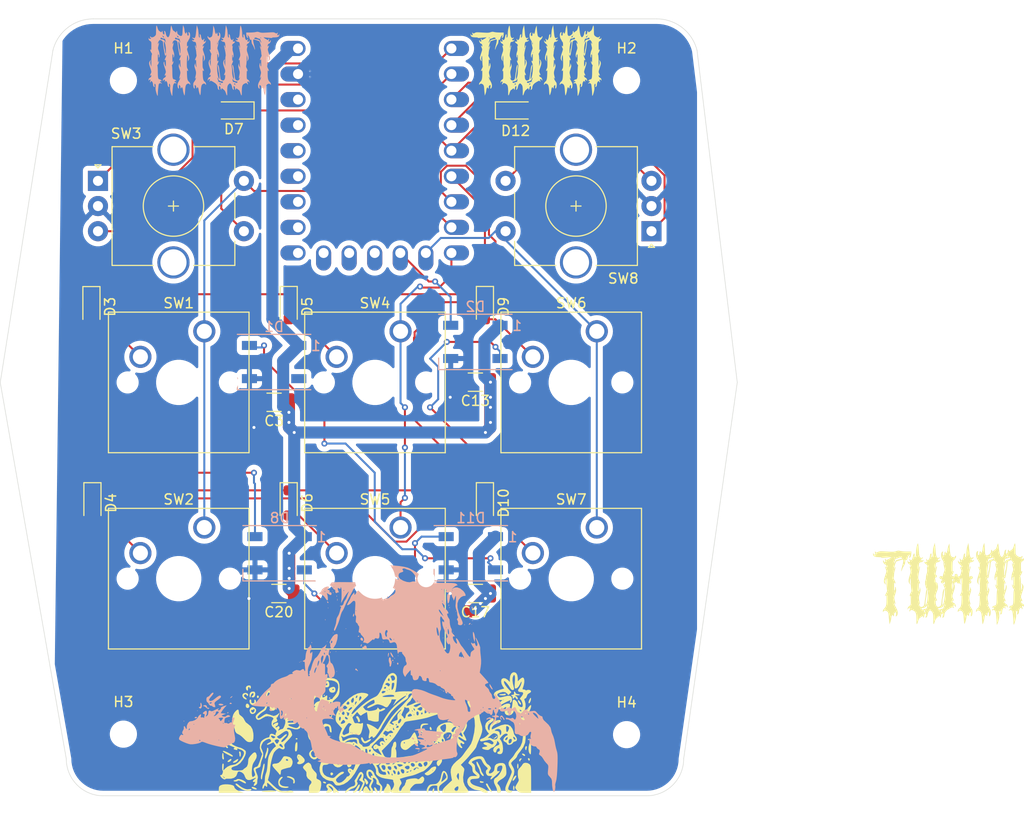
<source format=kicad_pcb>
(kicad_pcb (version 20240108) (generator "pcbnew") (generator_version "8.0")
  (layers (0 "F.Cu" signal) (31 "B.Cu" signal) (34 "B.Paste" user) (35 "F.Paste" user) (36 "B.SilkS" user "B.Silkscreen") (37 "F.SilkS" user "F.Silkscreen") (38 "B.Mask" user) (39 "F.Mask" user) (44 "Edge.Cuts" user))
  (net 0 "")
  (net 1 "VBUS")
  (net 2 "GND")
  (net 4 "LEDS")
  (net 5 "Net-(D2-DOUT)")
  (net 6 "LED")
  (net 7 "Net-(D3-A)")
  (net 8 "ROW_B")
  (net 9 "Net-(D4-A)")
  (net 10 "ROW_C")
  (net 11 "Net-(D5-A)")
  (net 12 "Net-(D6-A)")
  (net 13 "ROW_A")
  (net 14 "Net-(D7-A)")
  (net 15 "Net-(D11-DIN)")
  (net 16 "Net-(D9-A)")
  (net 17 "Net-(D10-A)")
  (net 18 "Net-(D12-A)")
  (net 19 "COL_A")
  (net 20 "ENC_SA")
  (net 21 "ENC_SB")
  (net 22 "COL_B")
  (net 23 "COL_C")
  (net 24 "ENC_SB2")
  (net 25 "ENC_SA2")
  (footprint "Button_Switch_Keyboard:SW_Cherry_MX_1.00u_PCB" (layer "F.Cu") (at 172.04 114.42)
    (property "Reference" "SW7" (at -2.54 -2.794 0) (layer "F.SilkS"))
    (property "Value" "SW_Push")
    (pad "" np_thru_hole circle (at -7.62 5.08) (size 1.7 1.7) (drill 1.7) (layers "*.Cu" "*.Mask"))
    (pad "" np_thru_hole circle (at -2.54 5.08) (size 4 4) (drill 4) (layers "*.Cu" "*.Mask"))
    (pad "" np_thru_hole circle (at 2.54 5.08) (size 1.7 1.7) (drill 1.7) (layers "*.Cu" "*.Mask"))
    (pad "1" thru_hole circle (at 0 0) (size 2.2 2.2) (drill 1.5) (layers "*.Cu" "*.Mask") (net 23 "COL_C"))
    (pad "2" thru_hole circle (at -6.35 2.54) (size 2.2 2.2) (drill 1.5) (layers "*.Cu" "*.Mask") (net 17 "Net-(D10-A)"))
  )
  (footprint "Button_Switch_Keyboard:SW_Cherry_MX_1.00u_PCB" (layer "F.Cu") (at 152.54 114.42)
    (property "Reference" "SW5" (at -2.54 -2.794 0) (layer "F.SilkS"))
    (property "Value" "SW_Push")
    (pad "" np_thru_hole circle (at -7.62 5.08) (size 1.7 1.7) (drill 1.7) (layers "*.Cu" "*.Mask"))
    (pad "" np_thru_hole circle (at -2.54 5.08) (size 4 4) (drill 4) (layers "*.Cu" "*.Mask"))
    (pad "" np_thru_hole circle (at 2.54 5.08) (size 1.7 1.7) (drill 1.7) (layers "*.Cu" "*.Mask"))
    (pad "1" thru_hole circle (at 0 0) (size 2.2 2.2) (drill 1.5) (layers "*.Cu" "*.Mask") (net 22 "COL_B"))
    (pad "2" thru_hole circle (at -6.35 2.54) (size 2.2 2.2) (drill 1.5) (layers "*.Cu" "*.Mask") (net 12 "Net-(D6-A)"))
  )
  (footprint "MountingHole:MountingHole_2.2mm_M2" (layer "F.Cu") (at 125 134.95)
    (property "Reference" "H3" (at 0 -3.2 0) (layer "F.SilkS"))
    (property "Value" "MountingHole")
    (pad "" np_thru_hole circle (at 0 0) (size 2.2 2.2) (drill 2.2) (layers "*.Cu" "*.Mask"))
  )
  (footprint "Diode_SMD:D_SOD-323_HandSoldering" (layer "F.Cu") (at 141.425 111.975 -90)
    (property "Reference" "D6" (at 0 -1.85 90) (layer "F.SilkS"))
    (property "Value" "D")
    (pad "1" smd roundrect (at -1.25 0 270) (size 1 1) (layers "F.Cu" "F.Paste" "F.Mask") (net 10 "ROW_C"))
    (pad "2" smd roundrect (at 1.25 0 270) (size 1 1) (layers "F.Cu" "F.Paste" "F.Mask") (net 12 "Net-(D6-A)"))
  )
  (footprint "Button_Switch_Keyboard:SW_Cherry_MX_1.00u_PCB" (layer "F.Cu") (at 133.04 94.92)
    (property "Reference" "SW1" (at -2.54 -2.794 0) (layer "F.SilkS"))
    (property "Value" "SW_Push")
    (pad "" np_thru_hole circle (at -7.62 5.08) (size 1.7 1.7) (drill 1.7) (layers "*.Cu" "*.Mask"))
    (pad "" np_thru_hole circle (at -2.54 5.08) (size 4 4) (drill 4) (layers "*.Cu" "*.Mask"))
    (pad "" np_thru_hole circle (at 2.54 5.08) (size 1.7 1.7) (drill 1.7) (layers "*.Cu" "*.Mask"))
    (pad "1" thru_hole circle (at 0 0) (size 2.2 2.2) (drill 1.5) (layers "*.Cu" "*.Mask") (net 19 "COL_A"))
    (pad "2" thru_hole circle (at -6.35 2.54) (size 2.2 2.2) (drill 1.5) (layers "*.Cu" "*.Mask") (net 7 "Net-(D3-A)"))
  )
  (footprint "LOGO" (layer "F.Cu") (at 166 68)
    (property "Reference" "G***" (hide yes))
    (property "Value" "LOGO" (hide yes))
  )
  (footprint "Button_Switch_Keyboard:SW_Cherry_MX_1.00u_PCB" (layer "F.Cu") (at 133.04 114.42)
    (property "Reference" "SW2" (at -2.54 -2.794 0) (layer "F.SilkS"))
    (property "Value" "SW_Push")
    (pad "" np_thru_hole circle (at -7.62 5.08) (size 1.7 1.7) (drill 1.7) (layers "*.Cu" "*.Mask"))
    (pad "" np_thru_hole circle (at -2.54 5.08) (size 4 4) (drill 4) (layers "*.Cu" "*.Mask"))
    (pad "" np_thru_hole circle (at 2.54 5.08) (size 1.7 1.7) (drill 1.7) (layers "*.Cu" "*.Mask"))
    (pad "1" thru_hole circle (at 0 0) (size 2.2 2.2) (drill 1.5) (layers "*.Cu" "*.Mask") (net 19 "COL_A"))
    (pad "2" thru_hole circle (at -6.35 2.54) (size 2.2 2.2) (drill 1.5) (layers "*.Cu" "*.Mask") (net 9 "Net-(D4-A)"))
  )
  (footprint "Rotary_Encoder:RotaryEncoder_Alps_EC11E-Switch_Vertical_H20mm_CircularMountingHoles" (layer "F.Cu") (at 177.475 84.975 180)
    (property "Reference" "SW8" (at 2.8 -4.7 0) (layer "F.SilkS"))
    (property "Value" "RotaryEncoder_Switch")
    (pad "A" thru_hole rect (at 0 0 180) (size 2 2) (drill 1) (layers "*.Cu" "*.Mask") (net 25 "ENC_SA2"))
    (pad "B" thru_hole circle (at 0 5 180) (size 2 2) (drill 1) (layers "*.Cu" "*.Mask") (net 24 "ENC_SB2"))
    (pad "C" thru_hole circle (at 0 2.5 180) (size 2 2) (drill 1) (layers "*.Cu" "*.Mask") (net 2 "GND"))
    (pad "MP" thru_hole circle (at 7.5 -3.1 180) (size 3.2 3.2) (drill 2.6) (layers "*.Cu" "*.Mask"))
    (pad "MP" thru_hole circle (at 7.5 8.1 180) (size 3.2 3.2) (drill 2.6) (layers "*.Cu" "*.Mask"))
    (pad "S1" thru_hole circle (at 14.5 5 180) (size 2 2) (drill 1) (layers "*.Cu" "*.Mask") (net 18 "Net-(D12-A)"))
    (pad "S2" thru_hole circle (at 14.5 0 180) (size 2 2) (drill 1) (layers "*.Cu" "*.Mask") (net 23 "COL_C"))
  )
  (footprint "LOGO" (layer "F.Cu") (at 207 120)
    (property "Reference" "G***" (at 0 0 0) (layer "F.SilkS") (effects (font (size 1.5 1.5) (thickness 0.3))))
    (property "Value" "LOGO" (hide yes))
  )
  (footprint "Capacitor_SMD:C_1206_3216Metric" (layer "F.Cu") (at 140.45 120.975 180)
    (property "Reference" "C20" (at 0 -1.85 0) (layer "F.SilkS"))
    (property "Value" "0.1µ")
    (pad "1" smd roundrect (at -1.475 0 180) (size 1.15 1.8) (layers "F.Cu" "F.Paste" "F.Mask") (roundrect_rratio 0.217391) (net 1 "VBUS"))
    (pad "2" smd roundrect (at 1.475 0 180) (size 1.15 1.8) (layers "F.Cu" "F.Paste" "F.Mask") (roundrect_rratio 0.217391) (net 2 "GND"))
  )
  (footprint "MountingHole:MountingHole_2.2mm_M2" (layer "F.Cu") (at 125 70)
    (property "Reference" "H1" (at 0 -3.2 0) (layer "F.SilkS"))
    (property "Value" "MountingHole")
    (pad "" np_thru_hole circle (at 0 0) (size 2.2 2.2) (drill 2.2) (layers "*.Cu" "*.Mask"))
  )
  (footprint "Rotary_Encoder:RotaryEncoder_Alps_EC11E-Switch_Vertical_H20mm_CircularMountingHoles" (layer "F.Cu") (at 122.475 79.975)
    (property "Reference" "SW3" (at 2.8 -4.7 0) (layer "F.SilkS"))
    (property "Value" "RotaryEncoder_Switch")
    (pad "A" thru_hole rect (at 0 0) (size 2 2) (drill 1) (layers "*.Cu" "*.Mask") (net 20 "ENC_SA"))
    (pad "B" thru_hole circle (at 0 5) (size 2 2) (drill 1) (layers "*.Cu" "*.Mask") (net 21 "ENC_SB"))
    (pad "C" thru_hole circle (at 0 2.5) (size 2 2) (drill 1) (layers "*.Cu" "*.Mask") (net 2 "GND"))
    (pad "MP" thru_hole circle (at 7.5 -3.1) (size 3.2 3.2) (drill 2.6) (layers "*.Cu" "*.Mask"))
    (pad "MP" thru_hole circle (at 7.5 8.1) (size 3.2 3.2) (drill 2.6) (layers "*.Cu" "*.Mask"))
    (pad "S1" thru_hole circle (at 14.5 5) (size 2 2) (drill 1) (layers "*.Cu" "*.Mask") (net 14 "Net-(D7-A)"))
    (pad "S2" thru_hole circle (at 14.5 0) (size 2 2) (drill 1) (layers "*.Cu" "*.Mask") (net 19 "COL_A"))
  )
  (footprint "Diode_SMD:D_SOD-323_HandSoldering" (layer "F.Cu") (at 160.925 92.475 -90)
    (property "Reference" "D9" (at 0 -1.85 90) (layer "F.SilkS"))
    (property "Value" "D")
    (pad "1" smd roundrect (at -1.25 0 270) (size 1 1) (layers "F.Cu" "F.Paste" "F.Mask") (net 8 "ROW_B"))
    (pad "2" smd roundrect (at 1.25 0 270) (size 1 1) (layers "F.Cu" "F.Paste" "F.Mask") (net 16 "Net-(D9-A)"))
  )
  (footprint "Diode_SMD:D_SOD-323_HandSoldering" (layer "F.Cu") (at 121.925 111.975 -90)
    (property "Reference" "D4" (at 0 -1.85 90) (layer "F.SilkS"))
    (property "Value" "D" (hide yes))
    (pad "1" smd roundrect (at -1.25 0 270) (size 1 1) (layers "F.Cu" "F.Paste" "F.Mask") (net 10 "ROW_C"))
    (pad "2" smd roundrect (at 1.25 0 270) (size 1 1) (layers "F.Cu" "F.Paste" "F.Mask") (net 9 "Net-(D4-A)"))
  )
  (footprint "Diode_SMD:D_SOD-323_HandSoldering" (layer "F.Cu") (at 121.825 92.485 -90)
    (property "Reference" "D3" (at 0 -1.85 90) (layer "F.SilkS"))
    (property "Value" "D" (hide yes))
    (pad "1" smd roundrect (at -1.25 0 270) (size 1 1) (layers "F.Cu" "F.Paste" "F.Mask") (net 8 "ROW_B"))
    (pad "2" smd roundrect (at 1.25 0 270) (size 1 1) (layers "F.Cu" "F.Paste" "F.Mask") (net 7 "Net-(D3-A)"))
  )
  (footprint "Diode_SMD:D_SOD-323_HandSoldering" (layer "F.Cu") (at 160.925 111.975 -90)
    (property "Reference" "D10" (at 0 -1.85 90) (layer "F.SilkS"))
    (property "Value" "D")
    (pad "1" smd roundrect (at -1.25 0 270) (size 1 1) (layers "F.Cu" "F.Paste" "F.Mask") (net 10 "ROW_C"))
    (pad "2" smd roundrect (at 1.25 0 270) (size 1 1) (layers "F.Cu" "F.Paste" "F.Mask") (net 17 "Net-(D10-A)"))
  )
  (footprint "Diode_SMD:D_SOD-323_HandSoldering" (layer "F.Cu") (at 141.425 92.475 -90)
    (property "Reference" "D5" (at 0 -1.85 90) (layer "F.SilkS"))
    (property "Value" "D")
    (pad "1" smd roundrect (at -1.25 0 270) (size 1 1) (layers "F.Cu" "F.Paste" "F.Mask") (net 8 "ROW_B"))
    (pad "2" smd roundrect (at 1.25 0 270) (size 1 1) (layers "F.Cu" "F.Paste" "F.Mask") (net 11 "Net-(D5-A)"))
  )
  (footprint "Capacitor_SMD:C_1206_3216Metric" (layer "F.Cu") (at 159.975 120.975 180)
    (property "Reference" "C17" (at 0 -1.85 0) (layer "F.SilkS"))
    (property "Value" "0.1µ")
    (pad "1" smd roundrect (at -1.475 0 180) (size 1.15 1.8) (layers "F.Cu" "F.Paste" "F.Mask") (roundrect_rratio 0.217391) (net 1 "VBUS"))
    (pad "2" smd roundrect (at 1.475 0 180) (size 1.15 1.8) (layers "F.Cu" "F.Paste" "F.Mask") (roundrect_rratio 0.217391) (net 2 "GND"))
  )
  (footprint "Button_Switch_Keyboard:SW_Cherry_MX_1.00u_PCB" (layer "F.Cu") (at 172.04 94.92)
    (property "Reference" "SW6" (at -2.54 -2.794 0) (layer "F.SilkS"))
    (property "Value" "SW_Push")
    (pad "" np_thru_hole circle (at -7.62 5.08) (size 1.7 1.7) (drill 1.7) (layers "*.Cu" "*.Mask"))
    (pad "" np_thru_hole circle (at -2.54 5.08) (size 4 4) (drill 4) (layers "*.Cu" "*.Mask"))
    (pad "" np_thru_hole circle (at 2.54 5.08) (size 1.7 1.7) (drill 1.7) (layers "*.Cu" "*.Mask"))
    (pad "1" thru_hole circle (at 0 0) (size 2.2 2.2) (drill 1.5) (layers "*.Cu" "*.Mask") (net 23 "COL_C"))
    (pad "2" thru_hole circle (at -6.35 2.54) (size 2.2 2.2) (drill 1.5) (layers "*.Cu" "*.Mask") (net 16 "Net-(D9-A)"))
  )
  (footprint "Button_Switch_Keyboard:SW_Cherry_MX_1.00u_PCB" (layer "F.Cu") (at 152.54 94.92)
    (property "Reference" "SW4" (at -2.54 -2.794 0) (layer "F.SilkS"))
    (property "Value" "SW_Push")
    (pad "" np_thru_hole circle (at -7.62 5.08) (size 1.7 1.7) (drill 1.7) (layers "*.Cu" "*.Mask"))
    (pad "" np_thru_hole circle (at -2.54 5.08) (size 4 4) (drill 4) (layers "*.Cu" "*.Mask"))
    (pad "" np_thru_hole circle (at 2.54 5.08) (size 1.7 1.7) (drill 1.7) (layers "*.Cu" "*.Mask"))
    (pad "1" thru_hole circle (at 0 0) (size 2.2 2.2) (drill 1.5) (layers "*.Cu" "*.Mask") (net 22 "COL_B"))
    (pad "2" thru_hole circle (at -6.35 2.54) (size 2.2 2.2) (drill 1.5) (layers "*.Cu" "*.Mask") (net 11 "Net-(D5-A)"))
  )
  (footprint "Diode_SMD:D_SOD-323_HandSoldering" (layer "F.Cu") (at 135.975 72.975 180)
    (property "Reference" "D7" (at 0 -1.85 0) (layer "F.SilkS"))
    (property "Value" "D")
    (pad "1" smd roundrect (at -1.25 0 180) (size 1 1) (layers "F.Cu" "F.Paste" "F.Mask") (net 13 "ROW_A"))
    (pad "2" smd roundrect (at 1.25 0 180) (size 1 1) (layers "F.Cu" "F.Paste" "F.Mask") (net 14 "Net-(D7-A)"))
  )
  (footprint "LOGO" (layer "F.Cu") (at 150 134.75)
    (property "Reference" "G***" (hide yes))
    (property "Value" "LOGO" (hide yes))
  )
  (footprint "MountingHole:MountingHole_2.2mm_M2" (layer "F.Cu") (at 175 70)
    (property "Reference" "H2" (at 0 -3.2 0) (layer "F.SilkS"))
    (property "Value" "MountingHole")
    (pad "" np_thru_hole circle (at 0 0) (size 2.2 2.2) (drill 2.2) (layers "*.Cu" "*.Mask"))
  )
  (footprint "MountingHole:MountingHole_2.2mm_M2" (layer "F.Cu") (at 175 135)
    (property "Reference" "H4" (at 0 -3.2 0) (layer "F.SilkS"))
    (property "Value" "MountingHole")
    (pad "" np_thru_hole circle (at 0 0) (size 2.2 2.2) (drill 2.2) (layers "*.Cu" "*.Mask"))
  )
  (footprint "Diode_SMD:D_SOD-323_HandSoldering" (layer "F.Cu") (at 163.975 72.975)
    (property "Reference" "D12" (at 0 2.025 0) (layer "F.SilkS"))
    (property "Value" "D")
    (pad "1" smd roundrect (at -1.25 0) (size 1 1) (layers "F.Cu" "F.Paste" "F.Mask") (net 13 "ROW_A"))
    (pad "2" smd roundrect (at 1.25 0) (size 1 1) (layers "F.Cu" "F.Paste" "F.Mask") (net 18 "Net-(D12-A)"))
  )
  (footprint "mcu:rp2040-zero-tht" (layer "F.Cu") (at 149.975 76.975)
    (property "Reference" "U1" (hide yes))
    (property "Value" "rp2040-zero" (hide yes))
    (pad "1" thru_hole oval (at 7.62 -10.16 180) (size 2.5 1.5) (drill 1 (offset -0.5 0)) (layers "*.Cu" "*.Mask") (net 20 "ENC_SA"))
    (pad "2" thru_hole oval (at 7.62 -7.62 180) (size 2.5 1.5) (drill 1 (offset -0.5 0)) (layers "*.Cu" "*.Mask") (net 21 "ENC_SB"))
    (pad "3" thru_hole oval (at 7.62 -5.08 180) (size 2.5 1.5) (drill 1 (offset -0.5 0)) (layers "*.Cu" "*.Mask") (net 25 "ENC_SA2"))
    (pad "4" thru_hole oval (at 7.62 -2.54 180) (size 2.5 1.5) (drill 1 (offset -0.5 0)) (layers "*.Cu" "*.Mask") (net 24 "ENC_SB2"))
    (pad "5" thru_hole oval (at 7.62 0 180) (size 2.5 1.5) (drill 1 (offset -0.5 0)) (layers "*.Cu" "*.Mask") (net 13 "ROW_A"))
    (pad "6" thru_hole oval (at 7.62 2.54 180) (size 2.5 1.5) (drill 1 (offset -0.5 0)) (layers "*.Cu" "*.Mask") (net 8 "ROW_B"))
    (pad "7" thru_hole oval (at 7.62 5.08 180) (size 2.5 1.5) (drill 1 (offset -0.5 0)) (layers "*.Cu" "*.Mask") (net 10 "ROW_C"))
    (pad "8" thru_hole oval (at 7.62 7.62 180) (size 2.5 1.5) (drill 1 (offset -0.5 0)) (layers "*.Cu" "*.Mask") (net 19 "COL_A"))
    (pad "9" thru_hole oval (at 7.62 10.16 180) (size 2.5 1.5) (drill 1 (offset -0.5 0)) (layers "*.Cu" "*.Mask") (net 22 "COL_B"))
    (pad "10" thru_hole oval (at 5.08 10.16 90) (size 2.5 1.5) (drill 1 (offset -0.5 0)) (layers "*.Cu" "*.Mask") (net 23 "COL_C"))
    (pad "11" thru_hole oval (at 2.54 10.16 90) (size 2.5 1.5) (drill 1 (offset -0.5 0)) (layers "*.Cu" "*.Mask") (net 6 "LED"))
    (pad "12" thru_hole oval (at 0 10.16 90) (size 2.5 1.5) (drill 1 (offset -0.5 0)) (layers "*.Cu" "*.Mask"))
    (pad "13" thru_hole oval (at -2.54 10.16 90) (size 2.5 1.5) (drill 1 (offset -0.5 0)) (layers "*.Cu" "*.Mask"))
    (pad "14" thru_hole oval (at -5.08 10.16 90) (size 2.5 1.5) (drill 1 (offset -0.5 0)) (layers "*.Cu" "*.Mask"))
    (pad "15" thru_hole oval (at -7.62 10.16) (size 2.5 1.5) (drill 1 (offset -0.5 0)) (layers "*.Cu" "*.Mask"))
    (pad "16" thru_hole oval (at -7.62 7.62) (size 2.5 1.5) (drill 1 (offset -0.5 0)) (layers "*.Cu" "*.Mask"))
    (pad "17" thru_hole oval (at -7.62 5.08) (size 2.5 1.5) (drill 1 (offset -0.5 0)) (layers "*.Cu" "*.Mask"))
    (pad "18" thru_hole oval (at -7.62 2.54) (size 2.5 1.5) (drill 1 (offset -0.5 0)) (layers "*.Cu" "*.Mask"))
    (pad "19" thru_hole oval (at -7.62 0) (size 2.5 1.5) (drill 1 (offset -0.5 0)) (layers "*.Cu" "*.Mask"))
    (pad "20" thru_hole oval (at -7.62 -2.54) (size 2.5 1.5) (drill 1 (offset -0.5 0)) (layers "*.Cu" "*.Mask"))
    (pad "21" thru_hole oval (at -7.62 -5.08) (size 2.5 1.5) (drill 1 (offset -0.5 0)) (layers "*.Cu" "*.Mask"))
    (pad "22" thru_hole oval (at -7.62 -7.62) (size 2.5 1.5) (drill 1 (offset -0.5 0)) (layers "*.Cu" "*.Mask") (net 2 "GND"))
    (pad "23" thru_hole oval (at -7.62 -10.16) (size 2.5 1.5) (drill 1 (offset -0.5 0)) (layers "*.Cu" "*.Mask") (net 1 "VBUS"))
  )
  (footprint "Capacitor_SMD:C_1206_3216Metric" (layer "F.Cu") (at 139.975 101.975 180)
    (property "Reference" "C3" (at 0 -1.85 0) (layer "F.SilkS"))
    (property "Value" "0.1µ")
    (pad "1" smd roundrect (at -1.475 0 180) (size 1.15 1.8) (layers "F.Cu" "F.Paste" "F.Mask") (roundrect_rratio 0.217391) (net 1 "VBUS"))
    (pad "2" smd roundrect (at 1.475 0 180) (size 1.15 1.8) (layers "F.Cu" "F.Paste" "F.Mask") (roundrect_rratio 0.217391) (net 2 "GND"))
  )
  (footprint "Capacitor_SMD:C_1206_3216Metric" (layer "F.Cu") (at 159.975 99.975 180)
    (property "Reference" "C13" (at 0 -1.85 0) (layer "F.SilkS"))
    (property "Value" "0.1µ")
    (pad "1" smd roundrect (at -1.475 0 180) (size 1.15 1.8) (layers "F.Cu" "F.Paste" "F.Mask") (roundrect_rratio 0.217391) (net 1 "VBUS"))
    (pad "2" smd roundrect (at 1.475 0 180) (size 1.15 1.8) (layers "F.Cu" "F.Paste" "F.Mask") (roundrect_rratio 0.217391) (net 2 "GND"))
  )
  (footprint "LOGO" (layer "B.Cu") (at 150.557979 130.605091 180)
    (property "Reference" "G***" (hide yes))
    (property "Value" "LOGO" (hide yes))
  )
  (footprint "LED_SMD:LED_WS2812B_PLCC4_5.0x5.0mm_P3.2mm" (layer "B.Cu") (at 140.525 116.975 180)
    (property "Reference" "D8" (at 0 3.5 0) (layer "B.SilkS") (effects (justify mirror)))
    (property "Value" "WS2812B")
    (fp_text user "1" (at -4.15 1.6 0) (layer "B.SilkS") (effects (justify mirror)))
    (pad "1" smd rect (at -2.45 1.65 180) (size 1.5 0.9) (layers "B.Cu" "B.Paste" "B.Mask") (net 1 "VBUS"))
    (pad "2" smd rect (at -2.45 -1.65 180) (size 1.5 0.9) (layers "B.Cu" "B.Paste" "B.Mask") (net 15 "Net-(D11-DIN)"))
    (pad "3" smd rect (at 2.45 -1.65 180) (size 1.5 0.9) (layers "B.Cu" "B.Paste" "B.Mask") (net 2 "GND"))
    (pad "4" smd rect (at 2.45 1.65 180) (size 1.5 0.9) (layers "B.Cu" "B.Paste" "B.Mask") (net 5 "Net-(D2-DOUT)"))
  )
  (footprint "LED_SMD:LED_WS2812B_PLCC4_5.0x5.0mm_P3.2mm" (layer "B.Cu") (at 159.975 95.975 180)
    (property "Reference" "D2" (at 0 3.5 0) (layer "B.SilkS") (effects (justify mirror)))
    (property "Value" "WS2812B")
    (fp_text user "1" (at -4.15 1.6 0) (layer "B.SilkS") (effects (justify mirror)))
    (pad "1" smd rect (at -2.45 1.65 180) (size 1.5 0.9) (layers "B.Cu" "B.Paste" "B.Mask") (net 1 "VBUS"))
    (pad "2" smd rect (at -2.45 -1.65 180) (size 1.5 0.9) (layers "B.Cu" "B.Paste" "B.Mask") (net 5 "Net-(D2-DOUT)"))
    (pad "3" smd rect (at 2.45 -1.65 180) (size 1.5 0.9) (layers "B.Cu" "B.Paste" "B.Mask") (net 2 "GND"))
    (pad "4" smd rect (at 2.45 1.65 180) (size 1.5 0.9) (layers "B.Cu" "B.Paste" "B.Mask") (net 6 "LED"))
  )
  (footprint "LED_SMD:LED_WS2812B_PLCC4_5.0x5.0mm_P3.2mm" (layer "B.Cu") (at 139.975 97.975 180)
    (property "Reference" "D1" (at 0 3.5 0) (layer "B.SilkS") (effects (justify mirror)))
    (property "Value" "WS2812B")
    (fp_text user "1" (at -4.15 1.6 0) (layer "B.SilkS") (effects (justify mirror)))
    (pad "1" smd rect (at -2.45 1.65 180) (size 1.5 0.9) (layers "B.Cu" "B.Paste" "B.Mask") (net 1 "VBUS"))
    (pad "2" smd rect (at -2.45 -1.65 180) (size 1.5 0.9) (layers "B.Cu" "B.Paste" "B.Mask"))
    (pad "3" smd rect (at 2.45 -1.65 180) (size 1.5 0.9) (layers "B.Cu" "B.Paste" "B.Mask") (net 2 "GND"))
    (pad "4" smd rect (at 2.45 1.65 180) (size 1.5 0.9) (layers "B.Cu" "B.Paste" "B.Mask") (net 4 "LEDS"))
  )
  (footprint "LED_SMD:LED_WS2812B_PLCC4_5.0x5.0mm_P3.2mm" (layer "B.Cu") (at 159.525 116.975 180)
    (property "Reference" "D11" (at 0 3.5 0) (layer "B.SilkS") (effects (justify mirror)))
    (property "Value" "WS2812B")
    (fp_text user "1" (at -4.15 1.6 0) (layer "B.SilkS") (effects (justify mirror)))
    (pad "1" smd rect (at -2.45 1.65 180) (size 1.5 0.9) (layers "B.Cu" "B.Paste" "B.Mask") (net 1 "VBUS"))
    (pad "2" smd rect (at -2.45 -1.65 180) (size 1.5 0.9) (layers "B.Cu" "B.Paste" "B.Mask") (net 4 "LEDS"))
    (pad "3" smd rect (at 2.45 -1.65 180) (size 1.5 0.9) (layers "B.Cu" "B.Paste" "B.Mask") (net 2 "GND"))
    (pad "4" smd rect (at 2.45 1.65 180) (size 1.5 0.9) (layers "B.Cu" "B.Paste" "B.Mask") (net 15 "Net-(D11-DIN)"))
  )
  (footprint "LOGO" (layer "B.Cu") (at 134 68 180)
    (property "Reference" "G***" (hide yes))
    (property "Value" "LOGO" (hide yes))
  )
  (gr_line (start 112.763933 100) (end 118 67) (stroke (width 0.05)) (layer "Edge.Cuts"))
  (gr_line (start 186 100) (end 180.674234 137.401924) (stroke (width 0.05)) (layer "Edge.Cuts"))
  (gr_line (start 112.763933 100) (end 119.325766 137.401924) (stroke (width 0.05)) (layer "Edge.Cuts"))
  (gr_line (start 123 141.076158) (end 177 141.076158) (stroke (width 0.05)) (layer "Edge.Cuts"))
  (gr_arc (start 180.674234 137.401924) (mid 179.598076 140) (end 177 141.076158) (stroke (width 0.05)) (layer "Edge.Cuts"))
  (gr_arc (start 118.000001 67) (mid 119.462591 64.750146) (end 122 63.876895) (stroke (width 0.05)) (layer "Edge.Cuts"))
  (gr_line (start 178 63.876895) (end 122 63.876895) (stroke (width 0.05)) (layer "Edge.Cuts"))
  (gr_arc (start 178 63.876895) (mid 180.537409 64.750146) (end 181.999999 67) (stroke (width 0.05)) (layer "Edge.Cuts"))
  (gr_arc (start 123 141.076158) (mid 120.401924 140) (end 119.325766 137.401924) (stroke (width 0.05)) (layer "Edge.Cuts"))
  (gr_line (start 182 67) (end 186 100) (stroke (width 0.05)) (layer "Edge.Cuts"))
  (segment (start 143.7 122.75) (end 159.675 122.75) (width 1.2) (layer "F.Cu") (net 1))
  (segment (start 141.45 101.975) (end 141.45 104.45) (width 1.2) (layer "F.Cu") (net 1))
  (segment (start 141.925 120.925) (end 141.475 120.475) (width 1.2) (layer "F.Cu") (net 1))
  (segment (start 141.925 120.975) (end 141.925 120.925) (width 1.2) (layer "F.Cu") (net 1))
  (segment (start 141.475 118.475) (end 141.475 116.975) (width 1.2) (layer "F.Cu") (net 1))
  (segment (start 141.475 120.475) (end 141.475 119.475) (width 1.2) (layer "F.Cu") (net 1))
  (segment (start 141.925 120.975) (end 143.7 122.75) (width 1.2) (layer "F.Cu") (net 1))
  (segment (start 161.45 99.975) (end 161.45 104.5) (width 1.2) (layer "F.Cu") (net 1))
  (segment (start 141.475 119.475) (end 141.475 118.475) (width 1.2) (layer "F.Cu") (net 1))
  (segment (start 141.45 104.45) (end 141.975 104.975) (width 1.2) (layer "F.Cu") (net 1))
  (segment (start 161.45 104.5) (end 160.975 104.975) (width 1.2) (layer "F.Cu") (net 1))
  (segment (start 159.675 122.75) (end 161.45 120.975) (width 1.2) (layer "F.Cu") (net 1))
  (via (at 141.975 104.975) (size 0.6) (drill 0.3) (layers "F.Cu" "B.Cu") (net 1))
  (via (at 141.475 116.975) (size 0.6) (drill 0.3) (layers "F.Cu" "B.Cu") (net 1))
  (via (at 159.975 122.475) (size 0.6) (drill 0.3) (layers "F.Cu" "B.Cu") (net 1))
  (via (at 161.475 103.975) (size 0.6) (drill 0.3) (layers "F.Cu" "B.Cu") (net 1))
  (via (at 141.45 102.975) (size 0.6) (drill 0.3) (layers "F.Cu" "B.Cu") (net 1))
  (via (at 160.975 121.475) (size 0.6) (drill 0.3) (layers "F.Cu" "B.Cu") (net 1))
  (via (at 141.45 103.975) (size 0.6) (drill 0.3) (layers "F.Cu" "B.Cu") (net 1))
  (via (at 141.475 119.475) (size 0.6) (drill 0.3) (layers "F.Cu" "B.Cu") (net 1))
  (via (at 141.475 118.475) (size 0.6) (drill 0.3) (layers "F.Cu" "B.Cu") (net 1))
  (via (at 141.475 120.475) (size 0.6) (drill 0.3) (layers "F.Cu" "B.Cu") (net 1))
  (via (at 161.475 101.475) (size 0.6) (drill 0.3) (layers "F.Cu" "B.Cu") (net 1))
  (via (at 160.475 121.975) (size 0.6) (drill 0.3) (layers "F.Cu" "B.Cu") (net 1))
  (via (at 161.475 120.975) (size 0.6) (drill 0.3) (layers "F.Cu" "B.Cu") (net 1))
  (via (at 161.475 102.475) (size 0.6) (drill 0.3) (layers "F.Cu" "B.Cu") (net 1))
  (via (at 160.975 104.975) (size 0.6) (drill 0.3) (layers "F.Cu" "B.Cu") (net 1))
  (via (at 161.475 99.975) (size 0.6) (drill 0.3) (layers "F.Cu" "B.Cu") (net 1))
  (segment (start 161.475 101.475) (end 161.475 99.975) (width 1.2) (layer "B.Cu") (net 1))
  (segment (start 142.425 96.325) (end 139.805 93.705) (width 1.2) (layer "B.Cu") (net 1))
  (segment (start 160.875 95.875) (end 162.425 94.325) (width 1.2) (layer "B.Cu") (net 1))
  (segment (start 160.325 119.825) (end 161.475 120.975) (width 1.2) (layer "B.Cu") (net 1))
  (segment (start 161.475 120.975) (end 160.975 121.475) (width 1.2) (layer "B.Cu") (net 1))
  (segment (start 141.45 102.975) (end 140.875 102.4) (width 1.2) (layer "B.Cu") (net 1))
  (segment (start 141.425 116.875) (end 141.425 120.425) (width 1.2) (layer "B.Cu") (net 1))
  (segment (start 161.475 103.975) (end 161.475 102.475) (width 1.2) (layer "B.Cu") (net 1))
  (segment (start 139.805 68.712969) (end 141.702969 66.815) (width 1.2) (layer "B.Cu") (net 1))
  (segment (start 160.475 121.975) (end 159.975 122.475) (width 1.2) (layer "B.Cu") (net 1))
  (segment (start 140.875 97.875) (end 142.425 96.325) (width 1.2) (layer "B.Cu") (net 1))
  (segment (start 160.875 99.375) (end 160.875 95.875) (width 1.2) (layer "B.Cu") (net 1))
  (segment (start 141.702969 66.815) (end 142.355 66.815) (width 1.2) (layer "B.Cu") (net 1))
  (segment (start 161.475 104.475) (end 161.475 103.975) (width 1.2) (layer "B.Cu") (net 1))
  (segment (start 161.475 99.975) (end 160.875 99.375) (width 1.2) (layer "B.Cu") (net 1))
  (segment (start 141.45 102.975) (end 141.45 103.975) (width 1.2) (layer "B.Cu") (net 1))
  (segment (start 161.975 115.325) (end 160.325 116.975) (width 1.2) (layer "B.Cu") (net 1))
  (segment (start 139.805 93.705) (end 139.805 68.712969) (width 1.2) (layer "B.Cu") (net 1))
  (segment (start 160.975 104.975) (end 161.475 104.475) (width 1.2) (layer "B.Cu") (net 1))
  (segment (start 141.45 104.45) (end 141.975 104.975) (width 1.2) (layer "B.Cu") (net 1))
  (segment (start 160.975 121.475) (end 160.475 121.975) (width 1.2) (layer "B.Cu") (net 1))
  (segment (start 161.475 102.475) (end 161.475 101.475) (width 1.2) (layer "B.Cu") (net 1))
  (segment (start 142.975 115.325) (end 141.425 116.875) (width 1.2) (layer "B.Cu") (net 1))
  (segment (start 141.975 104.975) (end 160.975 104.975) (width 1.2) (layer "B.Cu") (net 1))
  (segment (start 160.325 116.975) (end 160.325 119.825) (width 1.2) (layer "B.Cu") (net 1))
  (segment (start 140.875 102.4) (end 140.875 97.875) (width 1.2) (layer "B.Cu") (net 1))
  (segment (start 141.975 104.975) (end 141.975 114.325) (width 1.2) (layer "B.Cu") (net 1))
  (segment (start 141.975 114.325) (end 142.975 115.325) (width 1.2) (layer "B.Cu") (net 1))
  (segment (start 141.45 103.975) (end 141.45 104.45) (width 1.2) (layer "B.Cu") (net 1))
  (segment (start 138.975 120.975) (end 137.975 120.975) (width 0.2) (layer "F.Cu") (net 2))
  (segment (start 158.5 99.975) (end 158.5 100.45) (width 0.2) (layer "F.Cu") (net 2))
  (segment (start 158.5 100.45) (end 157.475 101.475) (width 0.2) (layer "F.Cu") (net 2))
  (segment (start 158.5 120.975) (end 157.475 120.975) (width 0.2) (layer "F.Cu") (net 2))
  (segment (start 137.975 120.975) (end 137.475 121.475) (width 0.2) (layer "F.Cu") (net 2))
  (segment (start 138.5 103.95) (end 137.975 104.475) (width 0.2) (layer "F.Cu") (net 2))
  (segment (start 138.5 101.975) (end 138.5 103.95) (width 0.2) (layer "F.Cu") (net 2))
  (via (at 157.475 120.975) (size 0.6) (drill 0.3) (layers "F.Cu" "B.Cu") (net 2))
  (via (at 157.475 101.475) (size 0.6) (drill 0.3) (layers "F.Cu" "B.Cu") (net 2))
  (via (at 137.975 104.475) (size 0.6) (drill 0.3) (layers "F.Cu" "B.Cu") (net 2))
  (via (at 137.475 121.475) (size 0.6) (drill 0.3) (layers "F.Cu" "B.Cu") (net 2))
  (segment (start 157.475 100.475) (end 157.525 100.425) (width 0.2) (layer "B.Cu") (net 2))
  (segment (start 143.735 67.975) (end 143.975 67.975) (width 1.2) (layer "B.Cu") (net 2))
  (segment (start 157.525 100.425) (end 157.525 97.625) (width 0.2) (layer "B.Cu") (net 2))
  (segment (start 137.475 121.475) (end 138.075 120.875) (width 0.2) (layer "B.Cu") (net 2))
  (segment (start 157.075 120.575) (end 157.075 118.625) (width 0.2) (layer "B.Cu") (net 2))
  (segment (start 143.735 67.975) (end 142.355 69.355) (width 1.2) (layer "B.Cu") (net 2))
  (segment (start 157.475 101.475) (end 157.475 100.475) (width 0.2) (layer "B.Cu") (net 2))
  (segment (start 137.525 104.025) (end 137.525 99.625) (width 0.2) (layer "B.Cu") (net 2))
  (segment (start 138.075 120.875) (end 138.075 118.625) (width 0.2) (layer "B.Cu") (net 2))
  (segment (start 157.475 120.975) (end 157.075 120.575) (width 0.2) (layer "B.Cu") (net 2))
  (segment (start 143.975 70.975) (end 142.355 69.355) (width 1.2) (layer "B.Cu") (net 2))
  (segment (start 137.975 104.475) (end 137.525 104.025) (width 0.2) (layer "B.Cu") (net 2))
  (segment (start 138.975 97.740256) (end 144.975 103.740256) (width 0.2) (layer "F.Cu") (net 4))
  (segment (start 144.975 103.740256) (end 144.975 106.075) (width 0.2) (layer "F.Cu") (net 4))
  (segment (start 154.975 117.475) (end 161.475 117.475) (width 0.2) (layer "F.Cu") (net 4))
  (segment (start 138.975 96.325) (end 138.975 97.740256) (width 0.2) (layer "F.Cu") (net 4))
  (via (at 154.975 117.475) (size 0.6) (drill 0.3) (layers "F.Cu" "B.Cu") (net 4))
  (via (at 144.975 106.075) (size 0.6) (drill 0.3) (layers "F.Cu" "B.Cu") (net 4))
  (via (at 138.975 96.325) (size 0.6) (drill 0.3) (layers "F.Cu" "B.Cu") (net 4))
  (via (at 161.475 117.475) (size 0.6) (drill 0.3) (layers "F.Cu" "B.Cu") (net 4))
  (segment (start 152.715101 116.575) (end 154.075 116.575) (width 0.2) (layer "B.Cu") (net 4))
  (segment (start 149.975 108.975) (end 149.975 113.834899) (width 0.2) (layer "B.Cu") (net 4))
  (segment (start 161.475 117.625) (end 161.475 117.475) (width 0.2) (layer "B.Cu") (net 4))
  (segment (start 138.775 96.525) (end 137.525 96.525) (width 0.2) (layer "B.Cu") (net 4))
  (segment (start 149.975 113.834899) (end 152.715101 116.575) (width 0.2) (layer "B.Cu") (net 4))
  (segment (start 138.975 96.325) (end 138.775 96.525) (width 0.2) (layer "B.Cu") (net 4))
  (segment (start 147.075 106.075) (end 144.975 106.075) (width 0.2) (layer "B.Cu") (net 4))
  (segment (start 154.075 116.575) (end 154.975 117.475) (width 0.2) (layer "B.Cu") (net 4))
  (segment (start 161.225 117.875) (end 161.475 117.625) (width 0.2) (layer "B.Cu") (net 4))
  (segment (start 149.975 108.975) (end 147.075 106.075) (width 0.2) (layer "B.Cu") (net 4))
  (segment (start 161.225 117.875) (end 161.975 118.625) (width 0.2) (layer "B.Cu") (net 4))
  (segment (start 121.440256 111.525) (end 121.125 111.209744) (width 0.2) (layer "F.Cu") (net 5))
  (segment (start 161.475 95.975) (end 157.14 95.975) (width 0.2) (layer "F.Cu") (net 5))
  (segment (start 121.125 111.209744) (end 121.125 110.240256) (width 0.2) (layer "F.Cu") (net 5))
  (segment (start 161.409744 111.525) (end 157.414899 111.525) (width 0.2) (layer "F.Cu") (net 5))
  (segment (start 155.475 102.475) (end 161.725 108.725) (width 0.2) (layer "F.Cu") (net 5))
  (segment (start 153.119899 115.82) (end 151.960101 115.82) (width 0.2) (layer "F.Cu") (net 5))
  (segment (start 151.960101 115.82) (end 147.665101 111.525) (width 0.2) (layer "F.Cu") (net 5))
  (segment (start 161.975 96.475) (end 161.475 95.975) (width 0.2) (layer "F.Cu") (net 5))
  (segment (start 147.665101 111.525) (end 121.440256 111.525) (width 0.2) (layer "F.Cu") (net 5))
  (segment (start 161.725 111.209744) (end 161.409744 111.525) (width 0.2) (layer "F.Cu") (net 5))
  (segment (start 121.125 110.240256) (end 122.390256 108.975) (width 0.2) (layer "F.Cu") (net 5))
  (segment (start 161.725 108.725) (end 161.725 111.209744) (width 0.2) (layer "F.Cu") (net 5))
  (segment (start 157.414899 111.525) (end 153.119899 115.82) (width 0.2) (layer "F.Cu") (net 5))
  (segment (start 122.390256 108.975) (end 137.975 108.975) (width 0.2) (layer "F.Cu") (net 5))
  (via (at 137.975 108.975) (size 0.6) (drill 0.3) (layers "F.Cu" "B.Cu") (net 5))
  (via (at 157.14 95.975) (size 0.6) (drill 0.3) (layers "F.Cu" "B.Cu") (net 5))
  (via (at 155.475 102.475) (size 0.6) (drill 0.3) (layers "F.Cu" "B.Cu") (net 5))
  (via (at 161.975 96.475) (size 0.6) (drill 0.3) (layers "F.Cu" "B.Cu") (net 5))
  (segment (start 156.28 98.445) (end 156.28 101.67) (width 0.2) (layer "B.Cu") (net 5))
  (segment (start 162.425 97.625) (end 162.425 96.925) (width 0.2) (layer "B.Cu") (net 5))
  (segment (start 137.975 109.975) (end 138.075 110.075) (width 0.2) (layer "B.Cu") (net 5))
  (segment (start 138.075 110.075) (end 138.075 115.325) (width 0.2) (layer "B.Cu") (net 5))
  (segment (start 157.14 95.975) (end 155.475 97.64) (width 0.2) (layer "B.Cu") (net 5))
  (segment (start 162.425 96.925) (end 161.975 96.475) (width 0.2) (layer "B.Cu") (net 5))
  (segment (start 137.975 108.975) (end 137.975 109.975) (width 0.2) (layer "B.Cu") (net 5))
  (segment (start 156.28 101.67) (end 155.475 102.475) (width 0.2) (layer "B.Cu") (net 5))
  (segment (start 155.475 97.64) (end 156.28 98.445) (width 0.2) (layer "B.Cu") (net 5))
  (segment (start 155.355 89.975) (end 152.515 87.135) (width 0.2) (layer "F.Cu") (net 6))
  (segment (start 155.975 89.975) (end 155.355 89.975) (width 0.2) (layer "F.Cu") (net 6))
  (via (at 155.975 89.975) (size 0.6) (drill 0.3) (layers "F.Cu" "B.Cu") (net 6))
  (segment (start 157.525 91.525) (end 155.975 89.975) (width 0.2) (layer "B.Cu") (net 6))
  (segment (start 157.525 94.325) (end 157.525 91.525) (width 0.2) (layer "B.Cu") (net 6))
  (segment (start 121.825 93.735) (end 122.965 93.735) (width 0.2) (layer "F.Cu") (net 7))
  (segment (start 122.965 93.735) (end 126.69 97.46) (width 0.2) (layer "F.Cu") (net 7))
  (segment (start 160.925 91.225) (end 160.925 82.845) (width 0.2) (layer "F.Cu") (net 8))
  (segment (start 121.825 91.235) (end 160.915 91.235) (width 0.2) (layer "F.Cu") (net 8))
  (segment (start 160.915 91.235) (end 160.925 91.225) (width 0.2) (layer "F.Cu") (net 8))
  (segment (start 160.925 82.845) (end 157.595 79.515) (width 0.2) (layer "F.Cu") (net 8))
  (segment (start 122.955 113.225) (end 121.925 113.225) (width 0.2) (layer "F.Cu") (net 9))
  (segment (start 126.69 116.96) (end 122.955 113.225) (width 0.2) (layer "F.Cu") (net 9))
  (segment (start 153.88 103.68) (end 153.88 95.559899) (width 0.2) (layer "F.Cu") (net 10))
  (segment (start 153.94 95.499899) (end 153.94 95.01) (width 0.2) (layer "F.Cu") (net 10))
  (segment (start 156.545 79.080076) (end 156.545 81.005) (width 0.2) (layer "F.Cu") (net 10))
  (segment (start 157.160076 78.465) (end 156.545 79.080076) (width 0.2) (layer "F.Cu") (net 10))
  (segment (start 161.975 91.459744) (end 161.975 85.975) (width 0.2) (layer "F.Cu") (net 10))
  (segment (start 161.325 80.760076) (end 159.029924 78.465) (width 0.2) (layer "F.Cu") (net 10))
  (segment (start 156.925 92.025) (end 161.409744 92.025) (width 0.2) (layer "F.Cu") (net 10))
  (segment (start 161.325 85.325) (end 161.325 80.760076) (width 0.2) (layer "F.Cu") (net 10))
  (segment (start 153.94 95.01) (end 156.925 92.025) (width 0.2) (layer "F.Cu") (net 10))
  (segment (start 121.925 110.725) (end 160.925 110.725) (width 0.2) (layer "F.Cu") (net 10))
  (segment (start 160.925 110.725) (end 153.88 103.68) (width 0.2) (layer "F.Cu") (net 10))
  (segment (start 161.409744 92.025) (end 161.975 91.459744) (width 0.2) (layer "F.Cu") (net 10))
  (segment (start 161.975 85.975) (end 161.325 85.325) (width 0.2) (layer "F.Cu") (net 10))
  (segment (start 153.88 95.559899) (end 153.94 95.499899) (width 0.2) (layer "F.Cu") (net 10))
  (segment (start 159.029924 78.465) (end 157.160076 78.465) (width 0.2) (layer "F.Cu") (net 10))
  (segment (start 156.545 81.005) (end 157.595 82.055) (width 0.2) (layer "F.Cu") (net 10))
  (segment (start 142.455 93.725) (end 141.425 93.725) (width 0.2) (layer "F.Cu") (net 11))
  (segment (start 146.19 97.46) (end 142.455 93.725) (width 0.2) (layer "F.Cu") (net 11))
  (segment (start 142.455 113.225) (end 141.425 113.225) (width 0.2) (layer "F.Cu") (net 12))
  (segment (start 146.19 116.96) (end 142.455 113.225) (width 0.2) (layer "F.Cu") (net 12))
  (segment (start 161.595 72.975) (end 157.595 76.975) (width 0.2) (layer "F.Cu") (net 13))
  (segment (start 162.725 72.975) (end 161.595 72.975) (width 0.2) (layer "F.Cu") (net 13))
  (segment (start 137.225 72.975) (end 153.595 72.975) (width 0.2) (layer "F.Cu") (net 13))
  (segment (start 153.595 72.975) (end 157.595 76.975) (width 0.2) (layer "F.Cu") (net 13))
  (segment (start 134.725 82.725) (end 134.725 72.975) (width 0.2) (layer "F.Cu") (net 14))
  (segment (start 136.975 84.975) (end 134.725 82.725) (width 0.2) (layer "F.Cu") (net 14))
  (segment (start 153.975 118.848402) (end 150.973402 121.85) (width 0.2) (layer "F.Cu") (net 15))
  (segment (start 150.973402 121.85) (end 144.85 121.85) (width 0.2) (layer "F.Cu") (net 15))
  (segment (start 144.85 121.85) (end 143.975 120.975) (width 0.2) (layer "F.Cu") (net 15))
  (segment (start 153.975 115.975) (end 153.975 118.848402) (width 0.2) (layer "F.Cu") (net 15))
  (via (at 143.975 120.975) (size 0.6) (drill 0.3) (layers "F.Cu" "B.Cu") (net 15))
  (via (at 153.975 115.975) (size 0.6) (drill 0.3) (layers "F.Cu" "B.Cu") (net 15))
  (segment (start 154.625 115.325) (end 153.975 115.975) (width 0.2) (layer "B.Cu") (net 15))
  (segment (start 157.075 115.325) (end 154.625 115.325) (width 0.2) (layer "B.Cu") (net 15))
  (segment (start 143.975 120.975) (end 142.975 119.975) (width 0.2) (layer "B.Cu") (net 15))
  (segment (start 142.975 119.975) (end 142.975 118.625) (width 0.2) (layer "B.Cu") (net 15))
  (segment (start 165.69 97.46) (end 161.955 93.725) (width 0.2) (layer "F.Cu") (net 16))
  (segment (start 161.955 93.725) (end 160.925 93.725) (width 0.2) (layer "F.Cu") (net 16))
  (segment (start 165.69 116.96) (end 161.955 113.225) (width 0.2) (layer "F.Cu") (net 17))
  (segment (start 161.955 113.225) (end 160.925 113.225) (width 0.2) (layer "F.Cu") (net 17))
  (segment (start 162.975 79.975) (end 165.225 77.725) (width 0.2) (layer "F.Cu") (net 18))
  (segment (start 165.225 77.725) (end 165.225 72.975) (width 0.2) (layer "F.Cu") (net 18))
  (segment (start 153.975 80.975) (end 157.595 84.595) (width 0.2) (layer "F.Cu") (net 19))
  (segment (start 137.975 80.975) (end 153.975 80.975) (width 0.2) (layer "F.Cu") (net 19))
  (segment (start 136.975 79.975) (end 137.975 80.975) (width 0.2) (layer "F.Cu") (net 19))
  (segment (start 133.04 83.91) (end 136.975 79.975) (width 0.2) (layer "B.Cu") (net 19))
  (segment (start 133.04 94.92) (end 133.04 83.91) (width 0.2) (layer "B.Cu") (net 19))
  (segment (start 133.04 114.42) (end 133.04 94.92) (width 0.2) (layer "B.Cu") (net 19))
  (segment (start 134.145 68.305) (end 156.105 68.305) (width 0.2) (layer "F.Cu") (net 20))
  (segment (start 156.105 68.305) (end 157.595 66.815) (width 0.2) (layer "F.Cu") (net 20))
  (segment (start 134.145 68.305) (end 122.475 79.975) (width 0.2) (layer "F.Cu") (net 20))
  (segment (start 136.010256 70.405) (end 131.875 74.540256) (width 0.2) (layer "F.Cu") (net 21))
  (segment (start 131.875 77.662006) (end 124.562006 84.975) (width 0.2) (layer "F.Cu") (net 21))
  (segment (start 124.562006 84.975) (end 122.475 84.975) (width 0.2) (layer "F.Cu") (net 21))
  (segment (start 131.875 74.540256) (end 131.875 77.662006) (width 0.2) (layer "F.Cu") (net 21))
  (segment (start 157.595 69.355) (end 156.545 70.405) (width 0.2) (layer "F.Cu") (net 21))
  (segment (start 156.545 70.405) (end 136.010256 70.405) (width 0.2) (layer "F.Cu") (net 21))
  (segment (start 156.375 90.575) (end 157.595 89.355) (width 0.2) (layer "F.Cu") (net 22))
  (segment (start 152.975 106.475) (end 152.975 102.475) (width 0.2) (layer "F.Cu") (net 22))
  (segment (start 154.475 90.475) (end 154.575 90.575) (width 0.2) (layer "F.Cu") (net 22))
  (segment (start 157.595 89.355) (end 157.595 87.135) (width 0.2) (layer "F.Cu") (net 22))
  (segment (start 154.575 90.575) (end 156.375 90.575) (width 0.2) (layer "F.Cu") (net 22))
  (segment (start 152.54 111.91) (end 152.975 111.475) (width 0.2) (layer "F.Cu") (net 22))
  (segment (start 152.54 114.42) (end 152.54 111.91) (width 0.2) (layer "F.Cu") (net 22))
  (via (at 152.975 106.475) (size 0.6) (drill 0.3) (layers "F.Cu" "B.Cu") (net 22))
  (via (at 152.975 111.475) (size 0.6) (drill 0.3) (layers "F.Cu" "B.Cu") (net 22))
  (via (at 154.475 90.475) (size 0.6) (drill 0.3) (layers "F.Cu" "B.Cu") (net 22))
  (via (at 152.975 102.475) (size 0.6) (drill 0.3) (layers "F.Cu" "B.Cu") (net 22))
  (segment (start 152.54 92.19) (end 154.255 90.475) (width 0.2) (layer "B.Cu") (net 22))
  (segment (start 154.255 90.475) (end 154.475 90.475) (width 0.2) (layer "B.Cu") (net 22))
  (segment (start 152.54 92.19) (end 152.54 94.92) (width 0.2) (layer "B.Cu") (net 22))
  (segment (start 152.975 111.475) (end 152.975 106.475) (width 0.2) (layer "B.Cu") (net 22))
  (segment (start 152.54 102.04) (end 152.54 94.92) (width 0.2) (layer "B.Cu") (net 22))
  (segment (start 152.975 102.475) (end 152.54 102.04) (width 0.2) (layer "B.Cu") (net 22))
  (segment (start 172.04 114.42) (end 172.04 94.92) (width 0.2) (layer "B.Cu") (net 23))
  (segment (start 162.975 84.975) (end 161.975 84.975) (width 0.2) (layer "B.Cu") (net 23))
  (segment (start 156.545 85.645) (end 155.055 87.135) (width 0.2) (layer "B.Cu") (net 23))
  (segment (start 161.975 84.975) (end 161.305 85.645) (width 0.2) (layer "B.Cu") (net 23))
  (segment (start 172.04 94.92) (end 162.975 85.855) (width 0.2) (layer "B.Cu") (net 23))
  (segment (start 161.305 85.645) (end 156.545 85.645) (width 0.2) (layer "B.Cu") (net 23))
  (segment (start 162.975 85.855) (end 162.975 84.975) (width 0.2) (layer "B.Cu") (net 23))
  (segment (start 168.345 70.845) (end 161.185 70.845) (width 0.2) (layer "F.Cu") (net 24))
  (segment (start 177.475 79.975) (end 168.345 70.845) (width 0.2) (layer "F.Cu") (net 24))
  (segment (start 161.185 70.845) (end 157.595 74.435) (width 0.2) (layer "F.Cu") (net 24))
  (segment (start 178.775 83.675) (end 178.775 79.436522) (width 0.2) (layer "F.Cu") (net 25))
  (segment (start 159.272538 70.217462) (end 157.595 71.895) (width 0.2) (layer "F.Cu") (net 25))
  (segment (start 169.55594 70.217462) (end 159.272538 70.217462) (width 0.2) (layer "F.Cu") (net 25))
  (segment (start 178.775 79.436522) (end 169.55594 70.217462) (width 0.2) (layer "F.Cu") (net 25))
  (segment (start 177.475 84.975) (end 178.775 83.675) (width 0.2) (layer "F.Cu") (net 25))
  (zone (net 2) (net_name "GND") (layer "B.Cu") (connect_pads (clearance 0.5)) (min_thickness 0.25) (fill yes (thermal_gap 0.5) (thermal_bridge_width 0.5))
    (polygon (pts (xy 119 62) (xy 182 63) (xy 182 144) (xy 118 143)))
  )
)
</source>
